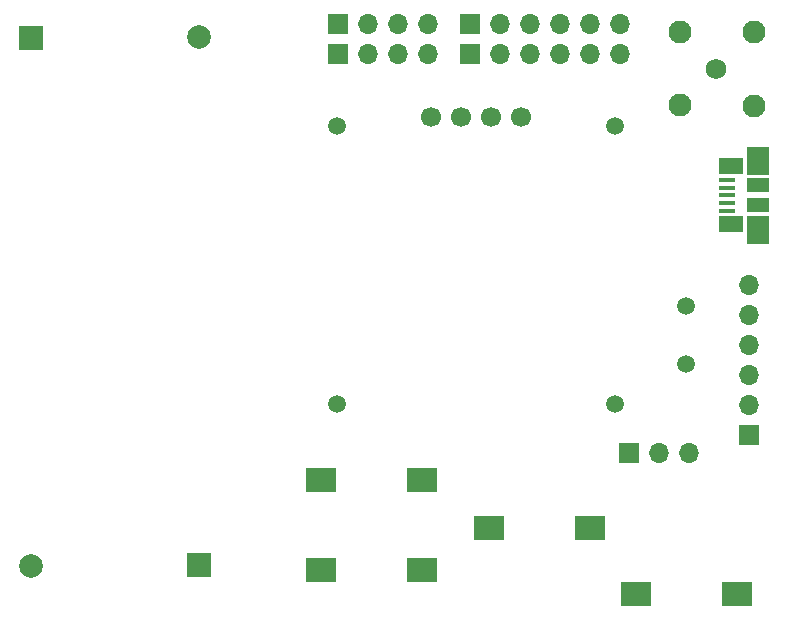
<source format=gts>
G04 #@! TF.GenerationSoftware,KiCad,Pcbnew,(5.0.0)*
G04 #@! TF.CreationDate,2019-06-19T08:41:35+02:00*
G04 #@! TF.ProjectId,lcrmeter,6C63726D657465722E6B696361645F70,rev?*
G04 #@! TF.SameCoordinates,Original*
G04 #@! TF.FileFunction,Soldermask,Top*
G04 #@! TF.FilePolarity,Negative*
%FSLAX46Y46*%
G04 Gerber Fmt 4.6, Leading zero omitted, Abs format (unit mm)*
G04 Created by KiCad (PCBNEW (5.0.0)) date 06/19/19 08:41:35*
%MOMM*%
%LPD*%
G01*
G04 APERTURE LIST*
%ADD10C,1.750000*%
%ADD11C,1.950000*%
%ADD12C,2.000000*%
%ADD13R,2.000000X2.000000*%
%ADD14R,1.700000X1.700000*%
%ADD15O,1.700000X1.700000*%
%ADD16R,1.380000X0.450000*%
%ADD17R,2.100000X1.475000*%
%ADD18R,1.900000X2.375000*%
%ADD19R,1.900000X1.175000*%
%ADD20R,2.500000X2.000000*%
%ADD21C,1.700000*%
%ADD22C,1.500000*%
G04 APERTURE END LIST*
D10*
G04 #@! TO.C,J5*
X169926000Y-102362000D03*
D11*
X173076000Y-99212000D03*
X173076000Y-105462000D03*
X166876000Y-105412000D03*
X166876000Y-99212000D03*
G04 #@! TD*
D12*
G04 #@! TO.C,BT1*
X126078308Y-99635920D03*
D13*
X126078308Y-144335920D03*
G04 #@! TD*
G04 #@! TO.C,BT2*
X111854308Y-99735920D03*
D12*
X111854308Y-144435920D03*
G04 #@! TD*
D14*
G04 #@! TO.C,J1*
X137922000Y-101092000D03*
D15*
X140462000Y-101092000D03*
X143002000Y-101092000D03*
X145542000Y-101092000D03*
G04 #@! TD*
D14*
G04 #@! TO.C,J2*
X137922000Y-98552000D03*
D15*
X140462000Y-98552000D03*
X143002000Y-98552000D03*
X145542000Y-98552000D03*
G04 #@! TD*
D14*
G04 #@! TO.C,J3*
X172720000Y-133350000D03*
D15*
X172720000Y-130810000D03*
X172720000Y-128270000D03*
X172720000Y-125730000D03*
X172720000Y-123190000D03*
X172720000Y-120650000D03*
G04 #@! TD*
D16*
G04 #@! TO.C,J4*
X170822000Y-114330000D03*
X170822000Y-113680000D03*
X170822000Y-113030000D03*
X170822000Y-112380000D03*
X170822000Y-111730000D03*
D17*
X171182000Y-115492500D03*
X171182000Y-110567500D03*
D18*
X173482000Y-115940000D03*
X173482000Y-110120000D03*
D19*
X173482000Y-113870000D03*
X173482000Y-112190000D03*
G04 #@! TD*
D14*
G04 #@! TO.C,J6*
X149098000Y-101092000D03*
D15*
X151638000Y-101092000D03*
X154178000Y-101092000D03*
X156718000Y-101092000D03*
X159258000Y-101092000D03*
X161798000Y-101092000D03*
G04 #@! TD*
G04 #@! TO.C,J7*
X161798000Y-98552000D03*
X159258000Y-98552000D03*
X156718000Y-98552000D03*
X154178000Y-98552000D03*
X151638000Y-98552000D03*
D14*
X149098000Y-98552000D03*
G04 #@! TD*
D20*
G04 #@! TO.C,SW2*
X144996000Y-137160000D03*
X136436000Y-137160000D03*
G04 #@! TD*
G04 #@! TO.C,SW3*
X136436000Y-144780000D03*
X144996000Y-144780000D03*
G04 #@! TD*
G04 #@! TO.C,SW4*
X159220000Y-141224000D03*
X150660000Y-141224000D03*
G04 #@! TD*
G04 #@! TO.C,SW5*
X163106000Y-146812000D03*
X171666000Y-146812000D03*
G04 #@! TD*
D21*
G04 #@! TO.C,U3*
X153416000Y-106426000D03*
X150876000Y-106426000D03*
X148336000Y-106426000D03*
X145796000Y-106426000D03*
D22*
X161316000Y-107126000D03*
X161316000Y-130726000D03*
X137816000Y-130726000D03*
X137816000Y-107126000D03*
G04 #@! TD*
G04 #@! TO.C,Y1*
X167386000Y-122428000D03*
X167386000Y-127308000D03*
G04 #@! TD*
D14*
G04 #@! TO.C,SW1*
X162560000Y-134874000D03*
D15*
X165100000Y-134874000D03*
X167640000Y-134874000D03*
G04 #@! TD*
M02*

</source>
